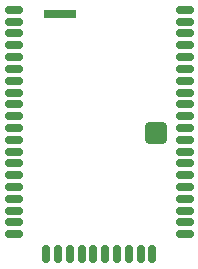
<source format=gbr>
%TF.GenerationSoftware,KiCad,Pcbnew,8.0.1*%
%TF.CreationDate,2024-04-14T04:03:23+09:00*%
%TF.ProjectId,BM83_Breakout,424d3833-5f42-4726-9561-6b6f75742e6b,rev?*%
%TF.SameCoordinates,Original*%
%TF.FileFunction,Paste,Top*%
%TF.FilePolarity,Positive*%
%FSLAX46Y46*%
G04 Gerber Fmt 4.6, Leading zero omitted, Abs format (unit mm)*
G04 Created by KiCad (PCBNEW 8.0.1) date 2024-04-14 04:03:23*
%MOMM*%
%LPD*%
G01*
G04 APERTURE LIST*
G04 Aperture macros list*
%AMRoundRect*
0 Rectangle with rounded corners*
0 $1 Rounding radius*
0 $2 $3 $4 $5 $6 $7 $8 $9 X,Y pos of 4 corners*
0 Add a 4 corners polygon primitive as box body*
4,1,4,$2,$3,$4,$5,$6,$7,$8,$9,$2,$3,0*
0 Add four circle primitives for the rounded corners*
1,1,$1+$1,$2,$3*
1,1,$1+$1,$4,$5*
1,1,$1+$1,$6,$7*
1,1,$1+$1,$8,$9*
0 Add four rect primitives between the rounded corners*
20,1,$1+$1,$2,$3,$4,$5,0*
20,1,$1+$1,$4,$5,$6,$7,0*
20,1,$1+$1,$6,$7,$8,$9,0*
20,1,$1+$1,$8,$9,$2,$3,0*%
G04 Aperture macros list end*
%ADD10RoundRect,0.150000X-0.600000X-0.150000X0.600000X-0.150000X0.600000X0.150000X-0.600000X0.150000X0*%
%ADD11RoundRect,0.150000X-0.150000X-0.600000X0.150000X-0.600000X0.150000X0.600000X-0.150000X0.600000X0*%
%ADD12RoundRect,0.250000X-0.640000X-0.640000X0.640000X-0.640000X0.640000X0.640000X-0.640000X0.640000X0*%
%ADD13RoundRect,0.190000X-1.205000X-0.190000X1.205000X-0.190000X1.205000X0.190000X-1.205000X0.190000X0*%
G04 APERTURE END LIST*
D10*
%TO.C,U1*%
X84190000Y-63500000D03*
X84190000Y-64500000D03*
X84190000Y-65500000D03*
X84190000Y-66500000D03*
X84190000Y-67500000D03*
X84190000Y-68500000D03*
X84190000Y-69500000D03*
X84190000Y-70500000D03*
X84190000Y-71500000D03*
X84190000Y-72500000D03*
X84190000Y-73500000D03*
X84190000Y-74500000D03*
X84190000Y-75500000D03*
X84190000Y-76500000D03*
X84190000Y-77500000D03*
X84190000Y-78500000D03*
X84190000Y-79500000D03*
X84190000Y-80500000D03*
X84190000Y-81500000D03*
X84190000Y-82500000D03*
D11*
X86940000Y-84150000D03*
X87940000Y-84150000D03*
X88940000Y-84150000D03*
X89940000Y-84150000D03*
X90940000Y-84150000D03*
X91940000Y-84150000D03*
X92940000Y-84150000D03*
X93940000Y-84150000D03*
X94940000Y-84150000D03*
X95940000Y-84150000D03*
D10*
X98690000Y-82500000D03*
X98690000Y-81500000D03*
X98690000Y-80500000D03*
X98690000Y-79500000D03*
X98690000Y-78500000D03*
X98690000Y-77500000D03*
X98690000Y-76500000D03*
X98690000Y-75500000D03*
X98690000Y-74500000D03*
X98690000Y-73500000D03*
X98690000Y-72500000D03*
X98690000Y-71500000D03*
X98690000Y-70500000D03*
X98690000Y-69500000D03*
X98690000Y-68500000D03*
X98690000Y-67500000D03*
X98690000Y-66500000D03*
X98690000Y-65500000D03*
X98690000Y-64500000D03*
X98690000Y-63500000D03*
D12*
X96210000Y-73930000D03*
D13*
X88150000Y-63820000D03*
%TD*%
M02*

</source>
